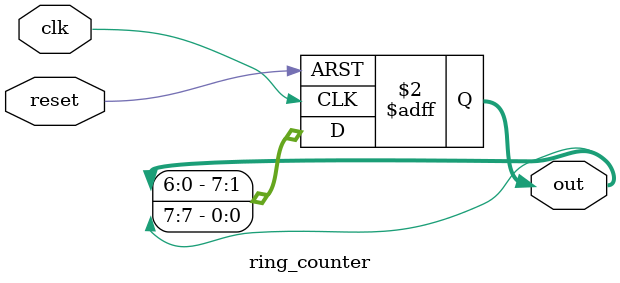
<source format=sv>
module ring_counter (
    input clk,
    input reset,
    output reg [7:0] out
);

always @(posedge clk or posedge reset) begin
    if (reset) begin
        out <= 8'b0000_0001;
    end else begin
        out <= {out[6:0], out[7]};
    end
end

endmodule
</source>
